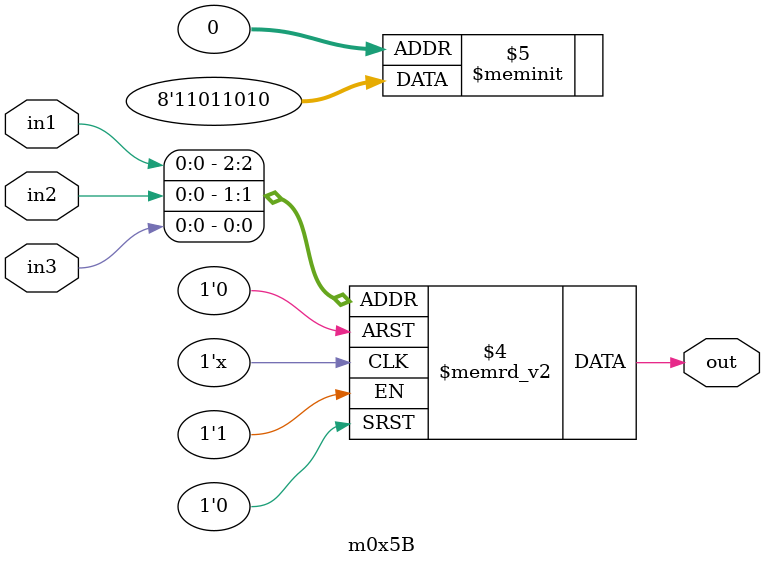
<source format=v>
module m0x5B(output out, input in1, in2, in3);

   always @(in1, in2, in3)
     begin
        case({in1, in2, in3})
          3'b000: {out} = 1'b0;
          3'b001: {out} = 1'b1;
          3'b010: {out} = 1'b0;
          3'b011: {out} = 1'b1;
          3'b100: {out} = 1'b1;
          3'b101: {out} = 1'b0;
          3'b110: {out} = 1'b1;
          3'b111: {out} = 1'b1;
        endcase // case ({in1, in2, in3})
     end // always @ (in1, in2, in3)

endmodule // m0x5B
</source>
